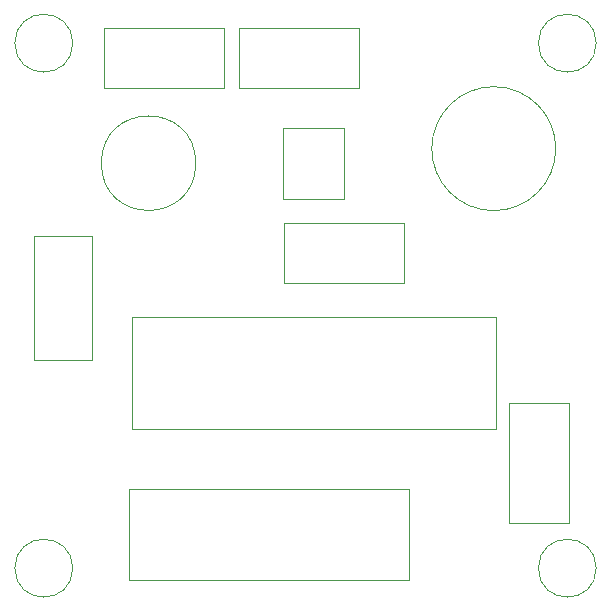
<source format=gbr>
%TF.GenerationSoftware,KiCad,Pcbnew,5.1.5-1.fc31*%
%TF.CreationDate,2020-04-07T08:28:03+02:00*%
%TF.ProjectId,zasilacz,7a617369-6c61-4637-9a2e-6b696361645f,1.0*%
%TF.SameCoordinates,Original*%
%TF.FileFunction,Other,User*%
%FSLAX46Y46*%
G04 Gerber Fmt 4.6, Leading zero omitted, Abs format (unit mm)*
G04 Created by KiCad (PCBNEW 5.1.5-1.fc31) date 2020-04-07 08:28:03*
%MOMM*%
%LPD*%
G04 APERTURE LIST*
%ADD10C,0.050000*%
%ADD11C,0.120000*%
G04 APERTURE END LIST*
D10*
%TO.C,M1*%
X112940000Y-66040000D02*
G75*
G03X112940000Y-66040000I-2450000J0D01*
G01*
%TO.C,M4*%
X157263000Y-66040000D02*
G75*
G03X157263000Y-66040000I-2450000J0D01*
G01*
%TO.C,M3*%
X157263000Y-110490000D02*
G75*
G03X157263000Y-110490000I-2450000J0D01*
G01*
%TO.C,M2*%
X112940000Y-110490000D02*
G75*
G03X112940000Y-110490000I-2450000J0D01*
G01*
%TO.C,C1*%
X153840000Y-74970000D02*
G75*
G03X153840000Y-74970000I-5250000J0D01*
G01*
%TO.C,C2*%
X123360000Y-76200000D02*
G75*
G03X123360000Y-76200000I-4000000J0D01*
G01*
%TO.C,C3*%
X130780000Y-73200000D02*
X130780000Y-79200000D01*
X130780000Y-79200000D02*
X135880000Y-79200000D01*
X135880000Y-79200000D02*
X135880000Y-73200000D01*
X135880000Y-73200000D02*
X130780000Y-73200000D01*
%TO.C,D1*%
X141410000Y-111470000D02*
X117710000Y-111470000D01*
X141410000Y-111470000D02*
X141410000Y-103770000D01*
X117710000Y-103770000D02*
X117710000Y-111470000D01*
X117710000Y-103770000D02*
X141410000Y-103770000D01*
D11*
%TO.C,D2*%
X115570000Y-69850000D02*
X115570000Y-64770000D01*
X115570000Y-64770000D02*
X125730000Y-64770000D01*
X125730000Y-64770000D02*
X125730000Y-69850000D01*
X125730000Y-69850000D02*
X115570000Y-69850000D01*
%TO.C,J1*%
X149860000Y-96520000D02*
X154940000Y-96520000D01*
X149860000Y-106680000D02*
X149860000Y-96520000D01*
X154940000Y-106680000D02*
X149860000Y-106680000D01*
X154940000Y-96520000D02*
X154940000Y-106680000D01*
%TO.C,J2*%
X127000000Y-64770000D02*
X137160000Y-64770000D01*
X137160000Y-64770000D02*
X137160000Y-69850000D01*
X137160000Y-69850000D02*
X127000000Y-69850000D01*
X127000000Y-69850000D02*
X127000000Y-64770000D01*
%TO.C,J3*%
X140970000Y-86360000D02*
X130810000Y-86360000D01*
X130810000Y-86360000D02*
X130810000Y-81280000D01*
X130810000Y-81280000D02*
X140970000Y-81280000D01*
X140970000Y-81280000D02*
X140970000Y-86360000D01*
D10*
%TO.C,R1*%
X117930000Y-89230000D02*
X117930000Y-98730000D01*
X117930000Y-98730000D02*
X148770000Y-98730000D01*
X148770000Y-98730000D02*
X148770000Y-89230000D01*
X148770000Y-89230000D02*
X117930000Y-89230000D01*
%TO.C,U1*%
X109630000Y-92880000D02*
X114540000Y-92880000D01*
X114540000Y-92880000D02*
X114540000Y-82380000D01*
X114540000Y-82380000D02*
X109630000Y-82380000D01*
X109630000Y-82380000D02*
X109630000Y-92880000D01*
%TD*%
M02*

</source>
